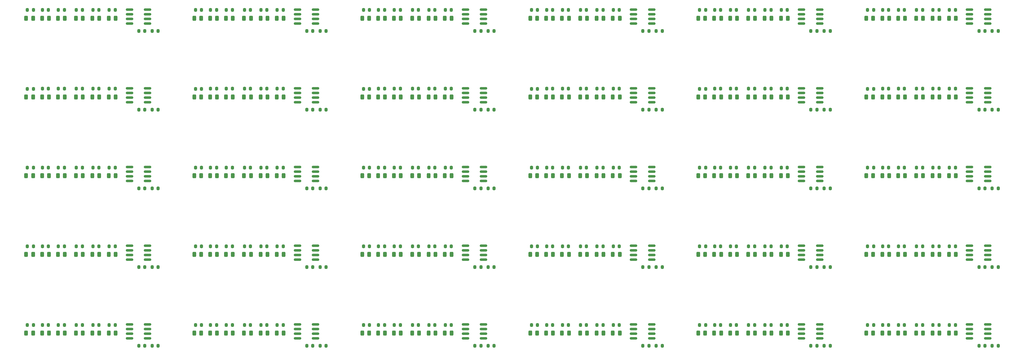
<source format=gbr>
%TF.GenerationSoftware,KiCad,Pcbnew,(6.0.5)*%
%TF.CreationDate,2022-08-09T22:24:31-06:00*%
%TF.ProjectId,modem-panel,6d6f6465-6d2d-4706-916e-656c2e6b6963,1.1*%
%TF.SameCoordinates,Original*%
%TF.FileFunction,Paste,Bot*%
%TF.FilePolarity,Positive*%
%FSLAX46Y46*%
G04 Gerber Fmt 4.6, Leading zero omitted, Abs format (unit mm)*
G04 Created by KiCad (PCBNEW (6.0.5)) date 2022-08-09 22:24:31*
%MOMM*%
%LPD*%
G01*
G04 APERTURE LIST*
G04 Aperture macros list*
%AMRoundRect*
0 Rectangle with rounded corners*
0 $1 Rounding radius*
0 $2 $3 $4 $5 $6 $7 $8 $9 X,Y pos of 4 corners*
0 Add a 4 corners polygon primitive as box body*
4,1,4,$2,$3,$4,$5,$6,$7,$8,$9,$2,$3,0*
0 Add four circle primitives for the rounded corners*
1,1,$1+$1,$2,$3*
1,1,$1+$1,$4,$5*
1,1,$1+$1,$6,$7*
1,1,$1+$1,$8,$9*
0 Add four rect primitives between the rounded corners*
20,1,$1+$1,$2,$3,$4,$5,0*
20,1,$1+$1,$4,$5,$6,$7,0*
20,1,$1+$1,$6,$7,$8,$9,0*
20,1,$1+$1,$8,$9,$2,$3,0*%
G04 Aperture macros list end*
%ADD10RoundRect,0.243750X-0.243750X-0.456250X0.243750X-0.456250X0.243750X0.456250X-0.243750X0.456250X0*%
%ADD11RoundRect,0.200000X-0.200000X-0.275000X0.200000X-0.275000X0.200000X0.275000X-0.200000X0.275000X0*%
%ADD12RoundRect,0.150000X0.825000X0.150000X-0.825000X0.150000X-0.825000X-0.150000X0.825000X-0.150000X0*%
G04 APERTURE END LIST*
D10*
%TO.C,D5*%
X221578323Y-53695051D03*
X223453323Y-53695051D03*
%TD*%
D11*
%TO.C,R7*%
X142415417Y-35662497D03*
X144065417Y-35662497D03*
%TD*%
%TO.C,R8*%
X146045417Y-57175051D03*
X147695417Y-57175051D03*
%TD*%
%TO.C,R1*%
X203803323Y-116022713D03*
X205453323Y-116022713D03*
%TD*%
%TO.C,R2*%
X253822276Y-51475051D03*
X255472276Y-51475051D03*
%TD*%
%TO.C,R4*%
X171284370Y-51475051D03*
X172934370Y-51475051D03*
%TD*%
%TO.C,R4*%
X171284370Y-72987605D03*
X172934370Y-72987605D03*
%TD*%
%TO.C,R3*%
X120440417Y-29962497D03*
X122090417Y-29962497D03*
%TD*%
%TO.C,R1*%
X249707276Y-51485051D03*
X251357276Y-51485051D03*
%TD*%
D10*
%TO.C,D2*%
X161904370Y-32182497D03*
X163779370Y-32182497D03*
%TD*%
%TO.C,D2*%
X70096464Y-53695051D03*
X71971464Y-53695051D03*
%TD*%
%TO.C,D6*%
X42412511Y-53695051D03*
X44287511Y-53695051D03*
%TD*%
D11*
%TO.C,R5*%
X175784370Y-51475051D03*
X177434370Y-51475051D03*
%TD*%
D10*
%TO.C,D1*%
X203468323Y-75207605D03*
X205343323Y-75207605D03*
%TD*%
%TO.C,D5*%
X37962511Y-118232713D03*
X39837511Y-118232713D03*
%TD*%
D11*
%TO.C,R6*%
X88426464Y-94500159D03*
X90076464Y-94500159D03*
%TD*%
%TO.C,R4*%
X217188323Y-116012713D03*
X218838323Y-116012713D03*
%TD*%
%TO.C,R7*%
X280127276Y-121712713D03*
X281777276Y-121712713D03*
%TD*%
%TO.C,R5*%
X175784370Y-29962497D03*
X177434370Y-29962497D03*
%TD*%
%TO.C,R3*%
X120440417Y-94500159D03*
X122090417Y-94500159D03*
%TD*%
%TO.C,R2*%
X24302511Y-29962497D03*
X25952511Y-29962497D03*
%TD*%
D10*
%TO.C,D6*%
X226028323Y-118232713D03*
X227903323Y-118232713D03*
%TD*%
D11*
%TO.C,R3*%
X74536464Y-116012713D03*
X76186464Y-116012713D03*
%TD*%
%TO.C,R5*%
X267592276Y-72987605D03*
X269242276Y-72987605D03*
%TD*%
D10*
%TO.C,D5*%
X267482276Y-118232713D03*
X269357276Y-118232713D03*
%TD*%
D11*
%TO.C,R6*%
X88426464Y-116012713D03*
X90076464Y-116012713D03*
%TD*%
%TO.C,R6*%
X180234370Y-94500159D03*
X181884370Y-94500159D03*
%TD*%
D10*
%TO.C,D4*%
X217078323Y-118232713D03*
X218953323Y-118232713D03*
%TD*%
D11*
%TO.C,R5*%
X175784370Y-72987605D03*
X177434370Y-72987605D03*
%TD*%
%TO.C,R1*%
X66091464Y-51485051D03*
X67741464Y-51485051D03*
%TD*%
D10*
%TO.C,D1*%
X65756464Y-75207605D03*
X67631464Y-75207605D03*
%TD*%
D11*
%TO.C,R5*%
X221688323Y-29962497D03*
X223338323Y-29962497D03*
%TD*%
D10*
%TO.C,D1*%
X65756464Y-32182497D03*
X67631464Y-32182497D03*
%TD*%
D11*
%TO.C,R6*%
X134330417Y-94500159D03*
X135980417Y-94500159D03*
%TD*%
%TO.C,R2*%
X253822276Y-116012713D03*
X255472276Y-116012713D03*
%TD*%
%TO.C,R1*%
X249707276Y-94510159D03*
X251357276Y-94510159D03*
%TD*%
D10*
%TO.C,D6*%
X134220417Y-75207605D03*
X136095417Y-75207605D03*
%TD*%
%TO.C,D6*%
X42412511Y-75207605D03*
X44287511Y-75207605D03*
%TD*%
D11*
%TO.C,R2*%
X207918323Y-29962497D03*
X209568323Y-29962497D03*
%TD*%
D10*
%TO.C,D4*%
X79366464Y-32182497D03*
X81241464Y-32182497D03*
%TD*%
D12*
%TO.C,Q1*%
X190719370Y-72882605D03*
X190719370Y-74152605D03*
X190719370Y-75422605D03*
X190719370Y-76692605D03*
X185769370Y-76692605D03*
X185769370Y-75422605D03*
X185769370Y-74152605D03*
X185769370Y-72882605D03*
%TD*%
D11*
%TO.C,R6*%
X226138323Y-94500159D03*
X227788323Y-94500159D03*
%TD*%
%TO.C,R3*%
X120440417Y-51475051D03*
X122090417Y-51475051D03*
%TD*%
%TO.C,R6*%
X88426464Y-29962497D03*
X90076464Y-29962497D03*
%TD*%
%TO.C,R7*%
X188319370Y-78687605D03*
X189969370Y-78687605D03*
%TD*%
%TO.C,R1*%
X111995417Y-72997605D03*
X113645417Y-72997605D03*
%TD*%
%TO.C,R7*%
X50607511Y-35662497D03*
X52257511Y-35662497D03*
%TD*%
%TO.C,R6*%
X134330417Y-116012713D03*
X135980417Y-116012713D03*
%TD*%
D10*
%TO.C,D2*%
X116000417Y-118232713D03*
X117875417Y-118232713D03*
%TD*%
%TO.C,D1*%
X111660417Y-96720159D03*
X113535417Y-96720159D03*
%TD*%
D11*
%TO.C,R3*%
X212248323Y-51475051D03*
X213898323Y-51475051D03*
%TD*%
D10*
%TO.C,D3*%
X28522511Y-75207605D03*
X30397511Y-75207605D03*
%TD*%
D11*
%TO.C,R6*%
X180234370Y-51475051D03*
X181884370Y-51475051D03*
%TD*%
%TO.C,R8*%
X54237511Y-121712713D03*
X55887511Y-121712713D03*
%TD*%
%TO.C,R5*%
X83976464Y-94500159D03*
X85626464Y-94500159D03*
%TD*%
D12*
%TO.C,Q1*%
X236623323Y-51370051D03*
X236623323Y-52640051D03*
X236623323Y-53910051D03*
X236623323Y-55180051D03*
X231673323Y-55180051D03*
X231673323Y-53910051D03*
X231673323Y-52640051D03*
X231673323Y-51370051D03*
%TD*%
D11*
%TO.C,R5*%
X175784370Y-116012713D03*
X177434370Y-116012713D03*
%TD*%
D10*
%TO.C,D5*%
X129770417Y-118232713D03*
X131645417Y-118232713D03*
%TD*%
%TO.C,D1*%
X249372276Y-32182497D03*
X251247276Y-32182497D03*
%TD*%
%TO.C,D5*%
X83866464Y-32182497D03*
X85741464Y-32182497D03*
%TD*%
%TO.C,D4*%
X125270417Y-75207605D03*
X127145417Y-75207605D03*
%TD*%
D11*
%TO.C,R5*%
X38072511Y-94500159D03*
X39722511Y-94500159D03*
%TD*%
D10*
%TO.C,D5*%
X175674370Y-32182497D03*
X177549370Y-32182497D03*
%TD*%
%TO.C,D6*%
X88316464Y-32182497D03*
X90191464Y-32182497D03*
%TD*%
D12*
%TO.C,Q1*%
X236623323Y-115907713D03*
X236623323Y-117177713D03*
X236623323Y-118447713D03*
X236623323Y-119717713D03*
X231673323Y-119717713D03*
X231673323Y-118447713D03*
X231673323Y-117177713D03*
X231673323Y-115907713D03*
%TD*%
D11*
%TO.C,R4*%
X263092276Y-51475051D03*
X264742276Y-51475051D03*
%TD*%
%TO.C,R5*%
X38072511Y-72987605D03*
X39722511Y-72987605D03*
%TD*%
D10*
%TO.C,D4*%
X125270417Y-53695051D03*
X127145417Y-53695051D03*
%TD*%
%TO.C,D2*%
X70096464Y-75207605D03*
X71971464Y-75207605D03*
%TD*%
D11*
%TO.C,R4*%
X263092276Y-116012713D03*
X264742276Y-116012713D03*
%TD*%
%TO.C,R3*%
X28632511Y-94500159D03*
X30282511Y-94500159D03*
%TD*%
D12*
%TO.C,Q1*%
X190719370Y-51370051D03*
X190719370Y-52640051D03*
X190719370Y-53910051D03*
X190719370Y-55180051D03*
X185769370Y-55180051D03*
X185769370Y-53910051D03*
X185769370Y-52640051D03*
X185769370Y-51370051D03*
%TD*%
D11*
%TO.C,R7*%
X234223323Y-78687605D03*
X235873323Y-78687605D03*
%TD*%
%TO.C,R7*%
X234223323Y-35662497D03*
X235873323Y-35662497D03*
%TD*%
D10*
%TO.C,D2*%
X207808323Y-53695051D03*
X209683323Y-53695051D03*
%TD*%
%TO.C,D4*%
X79366464Y-53695051D03*
X81241464Y-53695051D03*
%TD*%
D11*
%TO.C,R3*%
X74536464Y-51475051D03*
X76186464Y-51475051D03*
%TD*%
%TO.C,R6*%
X42522511Y-51475051D03*
X44172511Y-51475051D03*
%TD*%
%TO.C,R4*%
X79476464Y-51475051D03*
X81126464Y-51475051D03*
%TD*%
%TO.C,R3*%
X74536464Y-29962497D03*
X76186464Y-29962497D03*
%TD*%
D10*
%TO.C,D3*%
X258042276Y-32182497D03*
X259917276Y-32182497D03*
%TD*%
D12*
%TO.C,Q1*%
X144815417Y-94395159D03*
X144815417Y-95665159D03*
X144815417Y-96935159D03*
X144815417Y-98205159D03*
X139865417Y-98205159D03*
X139865417Y-96935159D03*
X139865417Y-95665159D03*
X139865417Y-94395159D03*
%TD*%
D11*
%TO.C,R3*%
X166344370Y-72987605D03*
X167994370Y-72987605D03*
%TD*%
D10*
%TO.C,D6*%
X271932276Y-118232713D03*
X273807276Y-118232713D03*
%TD*%
%TO.C,D3*%
X28522511Y-118232713D03*
X30397511Y-118232713D03*
%TD*%
%TO.C,D1*%
X111660417Y-53695051D03*
X113535417Y-53695051D03*
%TD*%
%TO.C,D6*%
X226028323Y-53695051D03*
X227903323Y-53695051D03*
%TD*%
D11*
%TO.C,R8*%
X191949370Y-121712713D03*
X193599370Y-121712713D03*
%TD*%
D12*
%TO.C,Q1*%
X53007511Y-51370051D03*
X53007511Y-52640051D03*
X53007511Y-53910051D03*
X53007511Y-55180051D03*
X48057511Y-55180051D03*
X48057511Y-53910051D03*
X48057511Y-52640051D03*
X48057511Y-51370051D03*
%TD*%
D11*
%TO.C,R1*%
X20187511Y-116022713D03*
X21837511Y-116022713D03*
%TD*%
D10*
%TO.C,D2*%
X207808323Y-96720159D03*
X209683323Y-96720159D03*
%TD*%
D11*
%TO.C,R2*%
X207918323Y-72987605D03*
X209568323Y-72987605D03*
%TD*%
%TO.C,R4*%
X263092276Y-94500159D03*
X264742276Y-94500159D03*
%TD*%
D12*
%TO.C,Q1*%
X144815417Y-115907713D03*
X144815417Y-117177713D03*
X144815417Y-118447713D03*
X144815417Y-119717713D03*
X139865417Y-119717713D03*
X139865417Y-118447713D03*
X139865417Y-117177713D03*
X139865417Y-115907713D03*
%TD*%
D11*
%TO.C,R7*%
X234223323Y-100200159D03*
X235873323Y-100200159D03*
%TD*%
D10*
%TO.C,D3*%
X258042276Y-75207605D03*
X259917276Y-75207605D03*
%TD*%
D11*
%TO.C,R2*%
X162014370Y-72987605D03*
X163664370Y-72987605D03*
%TD*%
%TO.C,R7*%
X50607511Y-78687605D03*
X52257511Y-78687605D03*
%TD*%
D10*
%TO.C,D6*%
X134220417Y-53695051D03*
X136095417Y-53695051D03*
%TD*%
D11*
%TO.C,R5*%
X175784370Y-94500159D03*
X177434370Y-94500159D03*
%TD*%
%TO.C,R2*%
X116110417Y-116012713D03*
X117760417Y-116012713D03*
%TD*%
%TO.C,R6*%
X42522511Y-72987605D03*
X44172511Y-72987605D03*
%TD*%
%TO.C,R8*%
X54237511Y-57175051D03*
X55887511Y-57175051D03*
%TD*%
D10*
%TO.C,D5*%
X175674370Y-96720159D03*
X177549370Y-96720159D03*
%TD*%
%TO.C,D1*%
X111660417Y-118232713D03*
X113535417Y-118232713D03*
%TD*%
D12*
%TO.C,Q1*%
X190719370Y-29857497D03*
X190719370Y-31127497D03*
X190719370Y-32397497D03*
X190719370Y-33667497D03*
X185769370Y-33667497D03*
X185769370Y-32397497D03*
X185769370Y-31127497D03*
X185769370Y-29857497D03*
%TD*%
D10*
%TO.C,D2*%
X161904370Y-53695051D03*
X163779370Y-53695051D03*
%TD*%
%TO.C,D3*%
X166234370Y-32182497D03*
X168109370Y-32182497D03*
%TD*%
%TO.C,D2*%
X253712276Y-32182497D03*
X255587276Y-32182497D03*
%TD*%
D11*
%TO.C,R3*%
X28632511Y-116012713D03*
X30282511Y-116012713D03*
%TD*%
%TO.C,R7*%
X96511464Y-100200159D03*
X98161464Y-100200159D03*
%TD*%
%TO.C,R8*%
X100141464Y-100200159D03*
X101791464Y-100200159D03*
%TD*%
D10*
%TO.C,D2*%
X253712276Y-53695051D03*
X255587276Y-53695051D03*
%TD*%
%TO.C,D3*%
X166234370Y-53695051D03*
X168109370Y-53695051D03*
%TD*%
%TO.C,D2*%
X24192511Y-53695051D03*
X26067511Y-53695051D03*
%TD*%
D11*
%TO.C,R1*%
X111995417Y-51485051D03*
X113645417Y-51485051D03*
%TD*%
D10*
%TO.C,D4*%
X262982276Y-96720159D03*
X264857276Y-96720159D03*
%TD*%
D12*
%TO.C,Q1*%
X53007511Y-94395159D03*
X53007511Y-95665159D03*
X53007511Y-96935159D03*
X53007511Y-98205159D03*
X48057511Y-98205159D03*
X48057511Y-96935159D03*
X48057511Y-95665159D03*
X48057511Y-94395159D03*
%TD*%
D11*
%TO.C,R3*%
X212248323Y-29962497D03*
X213898323Y-29962497D03*
%TD*%
%TO.C,R4*%
X125380417Y-116012713D03*
X127030417Y-116012713D03*
%TD*%
D10*
%TO.C,D1*%
X203468323Y-118232713D03*
X205343323Y-118232713D03*
%TD*%
D11*
%TO.C,R5*%
X267592276Y-116012713D03*
X269242276Y-116012713D03*
%TD*%
%TO.C,R5*%
X221688323Y-94500159D03*
X223338323Y-94500159D03*
%TD*%
%TO.C,R1*%
X249707276Y-72997605D03*
X251357276Y-72997605D03*
%TD*%
D10*
%TO.C,D4*%
X262982276Y-75207605D03*
X264857276Y-75207605D03*
%TD*%
D11*
%TO.C,R2*%
X116110417Y-94500159D03*
X117760417Y-94500159D03*
%TD*%
D10*
%TO.C,D6*%
X88316464Y-96720159D03*
X90191464Y-96720159D03*
%TD*%
%TO.C,D6*%
X271932276Y-32182497D03*
X273807276Y-32182497D03*
%TD*%
D11*
%TO.C,R2*%
X70206464Y-29962497D03*
X71856464Y-29962497D03*
%TD*%
%TO.C,R7*%
X280127276Y-100200159D03*
X281777276Y-100200159D03*
%TD*%
D12*
%TO.C,Q1*%
X236623323Y-94395159D03*
X236623323Y-95665159D03*
X236623323Y-96935159D03*
X236623323Y-98205159D03*
X231673323Y-98205159D03*
X231673323Y-96935159D03*
X231673323Y-95665159D03*
X231673323Y-94395159D03*
%TD*%
D10*
%TO.C,D2*%
X70096464Y-96720159D03*
X71971464Y-96720159D03*
%TD*%
D12*
%TO.C,Q1*%
X236623323Y-29857497D03*
X236623323Y-31127497D03*
X236623323Y-32397497D03*
X236623323Y-33667497D03*
X231673323Y-33667497D03*
X231673323Y-32397497D03*
X231673323Y-31127497D03*
X231673323Y-29857497D03*
%TD*%
D10*
%TO.C,D6*%
X226028323Y-32182497D03*
X227903323Y-32182497D03*
%TD*%
D11*
%TO.C,R8*%
X54237511Y-35662497D03*
X55887511Y-35662497D03*
%TD*%
D10*
%TO.C,D3*%
X212138323Y-32182497D03*
X214013323Y-32182497D03*
%TD*%
%TO.C,D1*%
X65756464Y-118232713D03*
X67631464Y-118232713D03*
%TD*%
D11*
%TO.C,R6*%
X272042276Y-94500159D03*
X273692276Y-94500159D03*
%TD*%
D12*
%TO.C,Q1*%
X190719370Y-115907713D03*
X190719370Y-117177713D03*
X190719370Y-118447713D03*
X190719370Y-119717713D03*
X185769370Y-119717713D03*
X185769370Y-118447713D03*
X185769370Y-117177713D03*
X185769370Y-115907713D03*
%TD*%
D10*
%TO.C,D3*%
X120330417Y-75207605D03*
X122205417Y-75207605D03*
%TD*%
D11*
%TO.C,R1*%
X157899370Y-51485051D03*
X159549370Y-51485051D03*
%TD*%
%TO.C,R7*%
X96511464Y-35662497D03*
X98161464Y-35662497D03*
%TD*%
%TO.C,R2*%
X70206464Y-94500159D03*
X71856464Y-94500159D03*
%TD*%
D12*
%TO.C,Q1*%
X98911464Y-115907713D03*
X98911464Y-117177713D03*
X98911464Y-118447713D03*
X98911464Y-119717713D03*
X93961464Y-119717713D03*
X93961464Y-118447713D03*
X93961464Y-117177713D03*
X93961464Y-115907713D03*
%TD*%
D11*
%TO.C,R3*%
X258152276Y-29962497D03*
X259802276Y-29962497D03*
%TD*%
%TO.C,R1*%
X157899370Y-94510159D03*
X159549370Y-94510159D03*
%TD*%
%TO.C,R3*%
X258152276Y-72987605D03*
X259802276Y-72987605D03*
%TD*%
%TO.C,R5*%
X129880417Y-29962497D03*
X131530417Y-29962497D03*
%TD*%
D10*
%TO.C,D3*%
X212138323Y-75207605D03*
X214013323Y-75207605D03*
%TD*%
%TO.C,D5*%
X83866464Y-96720159D03*
X85741464Y-96720159D03*
%TD*%
D11*
%TO.C,R2*%
X207918323Y-94500159D03*
X209568323Y-94500159D03*
%TD*%
D10*
%TO.C,D5*%
X129770417Y-32182497D03*
X131645417Y-32182497D03*
%TD*%
D11*
%TO.C,R1*%
X111995417Y-94510159D03*
X113645417Y-94510159D03*
%TD*%
D10*
%TO.C,D1*%
X111660417Y-75207605D03*
X113535417Y-75207605D03*
%TD*%
D11*
%TO.C,R7*%
X280127276Y-78687605D03*
X281777276Y-78687605D03*
%TD*%
D10*
%TO.C,D4*%
X217078323Y-53695051D03*
X218953323Y-53695051D03*
%TD*%
D11*
%TO.C,R8*%
X54237511Y-78687605D03*
X55887511Y-78687605D03*
%TD*%
%TO.C,R3*%
X28632511Y-72987605D03*
X30282511Y-72987605D03*
%TD*%
D12*
%TO.C,Q1*%
X282527276Y-94395159D03*
X282527276Y-95665159D03*
X282527276Y-96935159D03*
X282527276Y-98205159D03*
X277577276Y-98205159D03*
X277577276Y-96935159D03*
X277577276Y-95665159D03*
X277577276Y-94395159D03*
%TD*%
D10*
%TO.C,D4*%
X217078323Y-32182497D03*
X218953323Y-32182497D03*
%TD*%
%TO.C,D2*%
X253712276Y-96720159D03*
X255587276Y-96720159D03*
%TD*%
D11*
%TO.C,R6*%
X226138323Y-51475051D03*
X227788323Y-51475051D03*
%TD*%
%TO.C,R8*%
X146045417Y-100200159D03*
X147695417Y-100200159D03*
%TD*%
%TO.C,R4*%
X171284370Y-116012713D03*
X172934370Y-116012713D03*
%TD*%
%TO.C,R1*%
X203803323Y-94510159D03*
X205453323Y-94510159D03*
%TD*%
%TO.C,R6*%
X226138323Y-29962497D03*
X227788323Y-29962497D03*
%TD*%
%TO.C,R3*%
X74536464Y-94500159D03*
X76186464Y-94500159D03*
%TD*%
%TO.C,R5*%
X221688323Y-51475051D03*
X223338323Y-51475051D03*
%TD*%
%TO.C,R8*%
X237853323Y-78687605D03*
X239503323Y-78687605D03*
%TD*%
D10*
%TO.C,D5*%
X83866464Y-118232713D03*
X85741464Y-118232713D03*
%TD*%
%TO.C,D2*%
X207808323Y-75207605D03*
X209683323Y-75207605D03*
%TD*%
D12*
%TO.C,Q1*%
X144815417Y-29857497D03*
X144815417Y-31127497D03*
X144815417Y-32397497D03*
X144815417Y-33667497D03*
X139865417Y-33667497D03*
X139865417Y-32397497D03*
X139865417Y-31127497D03*
X139865417Y-29857497D03*
%TD*%
D10*
%TO.C,D1*%
X157564370Y-53695051D03*
X159439370Y-53695051D03*
%TD*%
D12*
%TO.C,Q1*%
X236623323Y-72882605D03*
X236623323Y-74152605D03*
X236623323Y-75422605D03*
X236623323Y-76692605D03*
X231673323Y-76692605D03*
X231673323Y-75422605D03*
X231673323Y-74152605D03*
X231673323Y-72882605D03*
%TD*%
%TO.C,Q1*%
X282527276Y-72882605D03*
X282527276Y-74152605D03*
X282527276Y-75422605D03*
X282527276Y-76692605D03*
X277577276Y-76692605D03*
X277577276Y-75422605D03*
X277577276Y-74152605D03*
X277577276Y-72882605D03*
%TD*%
D10*
%TO.C,D1*%
X157564370Y-32182497D03*
X159439370Y-32182497D03*
%TD*%
D11*
%TO.C,R1*%
X20187511Y-51485051D03*
X21837511Y-51485051D03*
%TD*%
D12*
%TO.C,Q1*%
X144815417Y-51370051D03*
X144815417Y-52640051D03*
X144815417Y-53910051D03*
X144815417Y-55180051D03*
X139865417Y-55180051D03*
X139865417Y-53910051D03*
X139865417Y-52640051D03*
X139865417Y-51370051D03*
%TD*%
D11*
%TO.C,R8*%
X191949370Y-78687605D03*
X193599370Y-78687605D03*
%TD*%
D10*
%TO.C,D3*%
X212138323Y-118232713D03*
X214013323Y-118232713D03*
%TD*%
%TO.C,D4*%
X79366464Y-96720159D03*
X81241464Y-96720159D03*
%TD*%
%TO.C,D4*%
X262982276Y-53695051D03*
X264857276Y-53695051D03*
%TD*%
D12*
%TO.C,Q1*%
X98911464Y-51370051D03*
X98911464Y-52640051D03*
X98911464Y-53910051D03*
X98911464Y-55180051D03*
X93961464Y-55180051D03*
X93961464Y-53910051D03*
X93961464Y-52640051D03*
X93961464Y-51370051D03*
%TD*%
D11*
%TO.C,R5*%
X38072511Y-29962497D03*
X39722511Y-29962497D03*
%TD*%
D10*
%TO.C,D6*%
X226028323Y-96720159D03*
X227903323Y-96720159D03*
%TD*%
%TO.C,D2*%
X24192511Y-32182497D03*
X26067511Y-32182497D03*
%TD*%
D11*
%TO.C,R5*%
X83976464Y-72987605D03*
X85626464Y-72987605D03*
%TD*%
D10*
%TO.C,D4*%
X79366464Y-118232713D03*
X81241464Y-118232713D03*
%TD*%
D11*
%TO.C,R8*%
X146045417Y-78687605D03*
X147695417Y-78687605D03*
%TD*%
%TO.C,R5*%
X129880417Y-94500159D03*
X131530417Y-94500159D03*
%TD*%
%TO.C,R6*%
X42522511Y-94500159D03*
X44172511Y-94500159D03*
%TD*%
D10*
%TO.C,D5*%
X221578323Y-96720159D03*
X223453323Y-96720159D03*
%TD*%
%TO.C,D4*%
X33462511Y-118232713D03*
X35337511Y-118232713D03*
%TD*%
D11*
%TO.C,R6*%
X134330417Y-72987605D03*
X135980417Y-72987605D03*
%TD*%
%TO.C,R5*%
X38072511Y-116012713D03*
X39722511Y-116012713D03*
%TD*%
D10*
%TO.C,D2*%
X253712276Y-75207605D03*
X255587276Y-75207605D03*
%TD*%
D11*
%TO.C,R5*%
X129880417Y-72987605D03*
X131530417Y-72987605D03*
%TD*%
D10*
%TO.C,D2*%
X116000417Y-96720159D03*
X117875417Y-96720159D03*
%TD*%
D11*
%TO.C,R6*%
X134330417Y-51475051D03*
X135980417Y-51475051D03*
%TD*%
%TO.C,R2*%
X253822276Y-29962497D03*
X255472276Y-29962497D03*
%TD*%
%TO.C,R8*%
X237853323Y-121712713D03*
X239503323Y-121712713D03*
%TD*%
D10*
%TO.C,D5*%
X37962511Y-96720159D03*
X39837511Y-96720159D03*
%TD*%
D11*
%TO.C,R3*%
X212248323Y-94500159D03*
X213898323Y-94500159D03*
%TD*%
D10*
%TO.C,D6*%
X88316464Y-75207605D03*
X90191464Y-75207605D03*
%TD*%
D11*
%TO.C,R6*%
X42522511Y-29962497D03*
X44172511Y-29962497D03*
%TD*%
D10*
%TO.C,D3*%
X28522511Y-96720159D03*
X30397511Y-96720159D03*
%TD*%
%TO.C,D1*%
X19852511Y-118232713D03*
X21727511Y-118232713D03*
%TD*%
D11*
%TO.C,R6*%
X272042276Y-29962497D03*
X273692276Y-29962497D03*
%TD*%
%TO.C,R3*%
X258152276Y-51475051D03*
X259802276Y-51475051D03*
%TD*%
%TO.C,R2*%
X24302511Y-94500159D03*
X25952511Y-94500159D03*
%TD*%
D10*
%TO.C,D6*%
X180124370Y-118232713D03*
X181999370Y-118232713D03*
%TD*%
%TO.C,D5*%
X175674370Y-53695051D03*
X177549370Y-53695051D03*
%TD*%
%TO.C,D3*%
X74426464Y-75207605D03*
X76301464Y-75207605D03*
%TD*%
D11*
%TO.C,R3*%
X212248323Y-72987605D03*
X213898323Y-72987605D03*
%TD*%
D10*
%TO.C,D3*%
X212138323Y-96720159D03*
X214013323Y-96720159D03*
%TD*%
D11*
%TO.C,R7*%
X188319370Y-121712713D03*
X189969370Y-121712713D03*
%TD*%
D10*
%TO.C,D2*%
X207808323Y-118232713D03*
X209683323Y-118232713D03*
%TD*%
D11*
%TO.C,R7*%
X96511464Y-121712713D03*
X98161464Y-121712713D03*
%TD*%
%TO.C,R4*%
X33572511Y-116012713D03*
X35222511Y-116012713D03*
%TD*%
%TO.C,R3*%
X166344370Y-116012713D03*
X167994370Y-116012713D03*
%TD*%
D10*
%TO.C,D5*%
X221578323Y-118232713D03*
X223453323Y-118232713D03*
%TD*%
D11*
%TO.C,R4*%
X79476464Y-72987605D03*
X81126464Y-72987605D03*
%TD*%
%TO.C,R1*%
X203803323Y-72997605D03*
X205453323Y-72997605D03*
%TD*%
D10*
%TO.C,D1*%
X249372276Y-96720159D03*
X251247276Y-96720159D03*
%TD*%
D11*
%TO.C,R2*%
X162014370Y-51475051D03*
X163664370Y-51475051D03*
%TD*%
D10*
%TO.C,D4*%
X171174370Y-75207605D03*
X173049370Y-75207605D03*
%TD*%
D11*
%TO.C,R4*%
X217188323Y-29962497D03*
X218838323Y-29962497D03*
%TD*%
%TO.C,R5*%
X83976464Y-51475051D03*
X85626464Y-51475051D03*
%TD*%
%TO.C,R2*%
X24302511Y-116012713D03*
X25952511Y-116012713D03*
%TD*%
%TO.C,R6*%
X88426464Y-72987605D03*
X90076464Y-72987605D03*
%TD*%
D10*
%TO.C,D2*%
X207808323Y-32182497D03*
X209683323Y-32182497D03*
%TD*%
%TO.C,D3*%
X166234370Y-75207605D03*
X168109370Y-75207605D03*
%TD*%
D11*
%TO.C,R6*%
X226138323Y-116012713D03*
X227788323Y-116012713D03*
%TD*%
%TO.C,R7*%
X188319370Y-35662497D03*
X189969370Y-35662497D03*
%TD*%
D10*
%TO.C,D2*%
X161904370Y-96720159D03*
X163779370Y-96720159D03*
%TD*%
D11*
%TO.C,R5*%
X267592276Y-94500159D03*
X269242276Y-94500159D03*
%TD*%
D10*
%TO.C,D1*%
X157564370Y-118232713D03*
X159439370Y-118232713D03*
%TD*%
D11*
%TO.C,R8*%
X100141464Y-35662497D03*
X101791464Y-35662497D03*
%TD*%
%TO.C,R1*%
X203803323Y-51485051D03*
X205453323Y-51485051D03*
%TD*%
D10*
%TO.C,D1*%
X157564370Y-96720159D03*
X159439370Y-96720159D03*
%TD*%
%TO.C,D6*%
X134220417Y-118232713D03*
X136095417Y-118232713D03*
%TD*%
%TO.C,D6*%
X271932276Y-75207605D03*
X273807276Y-75207605D03*
%TD*%
%TO.C,D4*%
X262982276Y-118232713D03*
X264857276Y-118232713D03*
%TD*%
D12*
%TO.C,Q1*%
X98911464Y-72882605D03*
X98911464Y-74152605D03*
X98911464Y-75422605D03*
X98911464Y-76692605D03*
X93961464Y-76692605D03*
X93961464Y-75422605D03*
X93961464Y-74152605D03*
X93961464Y-72882605D03*
%TD*%
D10*
%TO.C,D3*%
X74426464Y-118232713D03*
X76301464Y-118232713D03*
%TD*%
%TO.C,D1*%
X65756464Y-53695051D03*
X67631464Y-53695051D03*
%TD*%
D11*
%TO.C,R2*%
X116110417Y-51475051D03*
X117760417Y-51475051D03*
%TD*%
%TO.C,R8*%
X283757276Y-57175051D03*
X285407276Y-57175051D03*
%TD*%
D10*
%TO.C,D4*%
X33462511Y-96720159D03*
X35337511Y-96720159D03*
%TD*%
%TO.C,D3*%
X74426464Y-32182497D03*
X76301464Y-32182497D03*
%TD*%
%TO.C,D4*%
X171174370Y-96720159D03*
X173049370Y-96720159D03*
%TD*%
D11*
%TO.C,R1*%
X66091464Y-94510159D03*
X67741464Y-94510159D03*
%TD*%
%TO.C,R3*%
X28632511Y-51475051D03*
X30282511Y-51475051D03*
%TD*%
D10*
%TO.C,D1*%
X157564370Y-75207605D03*
X159439370Y-75207605D03*
%TD*%
%TO.C,D1*%
X111660417Y-32182497D03*
X113535417Y-32182497D03*
%TD*%
D11*
%TO.C,R5*%
X129880417Y-51475051D03*
X131530417Y-51475051D03*
%TD*%
D10*
%TO.C,D5*%
X83866464Y-53695051D03*
X85741464Y-53695051D03*
%TD*%
%TO.C,D5*%
X83866464Y-75207605D03*
X85741464Y-75207605D03*
%TD*%
D11*
%TO.C,R4*%
X79476464Y-94500159D03*
X81126464Y-94500159D03*
%TD*%
%TO.C,R4*%
X217188323Y-72987605D03*
X218838323Y-72987605D03*
%TD*%
%TO.C,R1*%
X20187511Y-29972497D03*
X21837511Y-29972497D03*
%TD*%
D10*
%TO.C,D5*%
X267482276Y-75207605D03*
X269357276Y-75207605D03*
%TD*%
D11*
%TO.C,R8*%
X146045417Y-121712713D03*
X147695417Y-121712713D03*
%TD*%
%TO.C,R7*%
X50607511Y-121712713D03*
X52257511Y-121712713D03*
%TD*%
D12*
%TO.C,Q1*%
X282527276Y-51370051D03*
X282527276Y-52640051D03*
X282527276Y-53910051D03*
X282527276Y-55180051D03*
X277577276Y-55180051D03*
X277577276Y-53910051D03*
X277577276Y-52640051D03*
X277577276Y-51370051D03*
%TD*%
D11*
%TO.C,R8*%
X283757276Y-78687605D03*
X285407276Y-78687605D03*
%TD*%
%TO.C,R2*%
X253822276Y-72987605D03*
X255472276Y-72987605D03*
%TD*%
%TO.C,R1*%
X157899370Y-29972497D03*
X159549370Y-29972497D03*
%TD*%
%TO.C,R2*%
X116110417Y-72987605D03*
X117760417Y-72987605D03*
%TD*%
%TO.C,R8*%
X100141464Y-78687605D03*
X101791464Y-78687605D03*
%TD*%
D10*
%TO.C,D1*%
X249372276Y-75207605D03*
X251247276Y-75207605D03*
%TD*%
D11*
%TO.C,R2*%
X116110417Y-29962497D03*
X117760417Y-29962497D03*
%TD*%
%TO.C,R6*%
X42522511Y-116012713D03*
X44172511Y-116012713D03*
%TD*%
D10*
%TO.C,D5*%
X175674370Y-118232713D03*
X177549370Y-118232713D03*
%TD*%
D11*
%TO.C,R8*%
X100141464Y-57175051D03*
X101791464Y-57175051D03*
%TD*%
D10*
%TO.C,D5*%
X221578323Y-32182497D03*
X223453323Y-32182497D03*
%TD*%
%TO.C,D1*%
X19852511Y-32182497D03*
X21727511Y-32182497D03*
%TD*%
%TO.C,D3*%
X28522511Y-53695051D03*
X30397511Y-53695051D03*
%TD*%
D11*
%TO.C,R7*%
X234223323Y-121712713D03*
X235873323Y-121712713D03*
%TD*%
%TO.C,R4*%
X33572511Y-94500159D03*
X35222511Y-94500159D03*
%TD*%
D10*
%TO.C,D3*%
X258042276Y-118232713D03*
X259917276Y-118232713D03*
%TD*%
%TO.C,D3*%
X258042276Y-96720159D03*
X259917276Y-96720159D03*
%TD*%
%TO.C,D5*%
X129770417Y-96720159D03*
X131645417Y-96720159D03*
%TD*%
%TO.C,D2*%
X161904370Y-75207605D03*
X163779370Y-75207605D03*
%TD*%
D11*
%TO.C,R3*%
X212248323Y-116012713D03*
X213898323Y-116012713D03*
%TD*%
%TO.C,R6*%
X272042276Y-51475051D03*
X273692276Y-51475051D03*
%TD*%
%TO.C,R8*%
X191949370Y-35662497D03*
X193599370Y-35662497D03*
%TD*%
%TO.C,R8*%
X237853323Y-57175051D03*
X239503323Y-57175051D03*
%TD*%
D10*
%TO.C,D5*%
X37962511Y-75207605D03*
X39837511Y-75207605D03*
%TD*%
D12*
%TO.C,Q1*%
X144815417Y-72882605D03*
X144815417Y-74152605D03*
X144815417Y-75422605D03*
X144815417Y-76692605D03*
X139865417Y-76692605D03*
X139865417Y-75422605D03*
X139865417Y-74152605D03*
X139865417Y-72882605D03*
%TD*%
D11*
%TO.C,R8*%
X54237511Y-100200159D03*
X55887511Y-100200159D03*
%TD*%
%TO.C,R8*%
X146045417Y-35662497D03*
X147695417Y-35662497D03*
%TD*%
D10*
%TO.C,D5*%
X221578323Y-75207605D03*
X223453323Y-75207605D03*
%TD*%
D11*
%TO.C,R4*%
X125380417Y-51475051D03*
X127030417Y-51475051D03*
%TD*%
%TO.C,R7*%
X142415417Y-121712713D03*
X144065417Y-121712713D03*
%TD*%
%TO.C,R1*%
X66091464Y-72997605D03*
X67741464Y-72997605D03*
%TD*%
D10*
%TO.C,D6*%
X42412511Y-32182497D03*
X44287511Y-32182497D03*
%TD*%
D11*
%TO.C,R3*%
X28632511Y-29962497D03*
X30282511Y-29962497D03*
%TD*%
%TO.C,R3*%
X166344370Y-29962497D03*
X167994370Y-29962497D03*
%TD*%
%TO.C,R5*%
X83976464Y-116012713D03*
X85626464Y-116012713D03*
%TD*%
D10*
%TO.C,D3*%
X258042276Y-53695051D03*
X259917276Y-53695051D03*
%TD*%
D11*
%TO.C,R5*%
X221688323Y-116012713D03*
X223338323Y-116012713D03*
%TD*%
%TO.C,R7*%
X142415417Y-78687605D03*
X144065417Y-78687605D03*
%TD*%
%TO.C,R7*%
X96511464Y-78687605D03*
X98161464Y-78687605D03*
%TD*%
%TO.C,R4*%
X33572511Y-72987605D03*
X35222511Y-72987605D03*
%TD*%
D10*
%TO.C,D5*%
X267482276Y-53695051D03*
X269357276Y-53695051D03*
%TD*%
%TO.C,D1*%
X249372276Y-118232713D03*
X251247276Y-118232713D03*
%TD*%
D11*
%TO.C,R6*%
X180234370Y-72987605D03*
X181884370Y-72987605D03*
%TD*%
%TO.C,R5*%
X267592276Y-51475051D03*
X269242276Y-51475051D03*
%TD*%
D12*
%TO.C,Q1*%
X282527276Y-29857497D03*
X282527276Y-31127497D03*
X282527276Y-32397497D03*
X282527276Y-33667497D03*
X277577276Y-33667497D03*
X277577276Y-32397497D03*
X277577276Y-31127497D03*
X277577276Y-29857497D03*
%TD*%
D11*
%TO.C,R1*%
X20187511Y-72997605D03*
X21837511Y-72997605D03*
%TD*%
%TO.C,R5*%
X221688323Y-72987605D03*
X223338323Y-72987605D03*
%TD*%
%TO.C,R7*%
X188319370Y-100200159D03*
X189969370Y-100200159D03*
%TD*%
%TO.C,R2*%
X162014370Y-116012713D03*
X163664370Y-116012713D03*
%TD*%
%TO.C,R7*%
X50607511Y-100200159D03*
X52257511Y-100200159D03*
%TD*%
D10*
%TO.C,D5*%
X37962511Y-53695051D03*
X39837511Y-53695051D03*
%TD*%
D11*
%TO.C,R8*%
X283757276Y-35662497D03*
X285407276Y-35662497D03*
%TD*%
%TO.C,R2*%
X162014370Y-94500159D03*
X163664370Y-94500159D03*
%TD*%
D10*
%TO.C,D4*%
X33462511Y-75207605D03*
X35337511Y-75207605D03*
%TD*%
D11*
%TO.C,R1*%
X157899370Y-72997605D03*
X159549370Y-72997605D03*
%TD*%
D10*
%TO.C,D1*%
X249372276Y-53695051D03*
X251247276Y-53695051D03*
%TD*%
%TO.C,D4*%
X125270417Y-96720159D03*
X127145417Y-96720159D03*
%TD*%
D11*
%TO.C,R8*%
X237853323Y-100200159D03*
X239503323Y-100200159D03*
%TD*%
D10*
%TO.C,D6*%
X180124370Y-96720159D03*
X181999370Y-96720159D03*
%TD*%
D11*
%TO.C,R1*%
X66091464Y-29972497D03*
X67741464Y-29972497D03*
%TD*%
D10*
%TO.C,D6*%
X42412511Y-118232713D03*
X44287511Y-118232713D03*
%TD*%
D11*
%TO.C,R8*%
X283757276Y-121712713D03*
X285407276Y-121712713D03*
%TD*%
%TO.C,R7*%
X234223323Y-57175051D03*
X235873323Y-57175051D03*
%TD*%
D10*
%TO.C,D4*%
X171174370Y-53695051D03*
X173049370Y-53695051D03*
%TD*%
D11*
%TO.C,R6*%
X180234370Y-116012713D03*
X181884370Y-116012713D03*
%TD*%
%TO.C,R7*%
X142415417Y-100200159D03*
X144065417Y-100200159D03*
%TD*%
%TO.C,R3*%
X258152276Y-116012713D03*
X259802276Y-116012713D03*
%TD*%
D10*
%TO.C,D4*%
X33462511Y-32182497D03*
X35337511Y-32182497D03*
%TD*%
D11*
%TO.C,R2*%
X24302511Y-51475051D03*
X25952511Y-51475051D03*
%TD*%
%TO.C,R7*%
X50607511Y-57175051D03*
X52257511Y-57175051D03*
%TD*%
%TO.C,R6*%
X88426464Y-51475051D03*
X90076464Y-51475051D03*
%TD*%
%TO.C,R3*%
X166344370Y-51475051D03*
X167994370Y-51475051D03*
%TD*%
D12*
%TO.C,Q1*%
X98911464Y-29857497D03*
X98911464Y-31127497D03*
X98911464Y-32397497D03*
X98911464Y-33667497D03*
X93961464Y-33667497D03*
X93961464Y-32397497D03*
X93961464Y-31127497D03*
X93961464Y-29857497D03*
%TD*%
D11*
%TO.C,R7*%
X280127276Y-35662497D03*
X281777276Y-35662497D03*
%TD*%
D10*
%TO.C,D1*%
X19852511Y-96720159D03*
X21727511Y-96720159D03*
%TD*%
D11*
%TO.C,R1*%
X249707276Y-116022713D03*
X251357276Y-116022713D03*
%TD*%
D10*
%TO.C,D6*%
X180124370Y-53695051D03*
X181999370Y-53695051D03*
%TD*%
D11*
%TO.C,R1*%
X66091464Y-116022713D03*
X67741464Y-116022713D03*
%TD*%
D10*
%TO.C,D3*%
X120330417Y-96720159D03*
X122205417Y-96720159D03*
%TD*%
%TO.C,D2*%
X24192511Y-75207605D03*
X26067511Y-75207605D03*
%TD*%
D12*
%TO.C,Q1*%
X190719370Y-94395159D03*
X190719370Y-95665159D03*
X190719370Y-96935159D03*
X190719370Y-98205159D03*
X185769370Y-98205159D03*
X185769370Y-96935159D03*
X185769370Y-95665159D03*
X185769370Y-94395159D03*
%TD*%
D11*
%TO.C,R2*%
X24302511Y-72987605D03*
X25952511Y-72987605D03*
%TD*%
D12*
%TO.C,Q1*%
X282527276Y-115907713D03*
X282527276Y-117177713D03*
X282527276Y-118447713D03*
X282527276Y-119717713D03*
X277577276Y-119717713D03*
X277577276Y-118447713D03*
X277577276Y-117177713D03*
X277577276Y-115907713D03*
%TD*%
D11*
%TO.C,R4*%
X79476464Y-116012713D03*
X81126464Y-116012713D03*
%TD*%
%TO.C,R8*%
X237853323Y-35662497D03*
X239503323Y-35662497D03*
%TD*%
D10*
%TO.C,D4*%
X262982276Y-32182497D03*
X264857276Y-32182497D03*
%TD*%
%TO.C,D6*%
X134220417Y-32182497D03*
X136095417Y-32182497D03*
%TD*%
%TO.C,D1*%
X19852511Y-53695051D03*
X21727511Y-53695051D03*
%TD*%
D11*
%TO.C,R7*%
X280127276Y-57175051D03*
X281777276Y-57175051D03*
%TD*%
D10*
%TO.C,D3*%
X28522511Y-32182497D03*
X30397511Y-32182497D03*
%TD*%
D11*
%TO.C,R4*%
X125380417Y-72987605D03*
X127030417Y-72987605D03*
%TD*%
D10*
%TO.C,D3*%
X74426464Y-96720159D03*
X76301464Y-96720159D03*
%TD*%
%TO.C,D4*%
X125270417Y-118232713D03*
X127145417Y-118232713D03*
%TD*%
D11*
%TO.C,R4*%
X263092276Y-29962497D03*
X264742276Y-29962497D03*
%TD*%
D10*
%TO.C,D4*%
X79366464Y-75207605D03*
X81241464Y-75207605D03*
%TD*%
D11*
%TO.C,R2*%
X70206464Y-51475051D03*
X71856464Y-51475051D03*
%TD*%
%TO.C,R1*%
X111995417Y-116022713D03*
X113645417Y-116022713D03*
%TD*%
D10*
%TO.C,D2*%
X70096464Y-118232713D03*
X71971464Y-118232713D03*
%TD*%
%TO.C,D3*%
X120330417Y-118232713D03*
X122205417Y-118232713D03*
%TD*%
%TO.C,D2*%
X253712276Y-118232713D03*
X255587276Y-118232713D03*
%TD*%
%TO.C,D2*%
X70096464Y-32182497D03*
X71971464Y-32182497D03*
%TD*%
D11*
%TO.C,R2*%
X70206464Y-72987605D03*
X71856464Y-72987605D03*
%TD*%
%TO.C,R3*%
X120440417Y-116012713D03*
X122090417Y-116012713D03*
%TD*%
D10*
%TO.C,D3*%
X166234370Y-96720159D03*
X168109370Y-96720159D03*
%TD*%
%TO.C,D5*%
X267482276Y-32182497D03*
X269357276Y-32182497D03*
%TD*%
D11*
%TO.C,R2*%
X253822276Y-94500159D03*
X255472276Y-94500159D03*
%TD*%
D10*
%TO.C,D5*%
X129770417Y-75207605D03*
X131645417Y-75207605D03*
%TD*%
%TO.C,D5*%
X175674370Y-75207605D03*
X177549370Y-75207605D03*
%TD*%
D11*
%TO.C,R6*%
X272042276Y-72987605D03*
X273692276Y-72987605D03*
%TD*%
D10*
%TO.C,D6*%
X271932276Y-53695051D03*
X273807276Y-53695051D03*
%TD*%
D11*
%TO.C,R8*%
X283757276Y-100200159D03*
X285407276Y-100200159D03*
%TD*%
D10*
%TO.C,D3*%
X166234370Y-118232713D03*
X168109370Y-118232713D03*
%TD*%
D11*
%TO.C,R6*%
X272042276Y-116012713D03*
X273692276Y-116012713D03*
%TD*%
D10*
%TO.C,D3*%
X74426464Y-53695051D03*
X76301464Y-53695051D03*
%TD*%
D11*
%TO.C,R4*%
X217188323Y-94500159D03*
X218838323Y-94500159D03*
%TD*%
D12*
%TO.C,Q1*%
X53007511Y-29857497D03*
X53007511Y-31127497D03*
X53007511Y-32397497D03*
X53007511Y-33667497D03*
X48057511Y-33667497D03*
X48057511Y-32397497D03*
X48057511Y-31127497D03*
X48057511Y-29857497D03*
%TD*%
D11*
%TO.C,R4*%
X171284370Y-29962497D03*
X172934370Y-29962497D03*
%TD*%
D10*
%TO.C,D1*%
X203468323Y-96720159D03*
X205343323Y-96720159D03*
%TD*%
%TO.C,D4*%
X217078323Y-96720159D03*
X218953323Y-96720159D03*
%TD*%
%TO.C,D6*%
X271932276Y-96720159D03*
X273807276Y-96720159D03*
%TD*%
%TO.C,D6*%
X134220417Y-96720159D03*
X136095417Y-96720159D03*
%TD*%
%TO.C,D1*%
X65756464Y-96720159D03*
X67631464Y-96720159D03*
%TD*%
D11*
%TO.C,R1*%
X203803323Y-29972497D03*
X205453323Y-29972497D03*
%TD*%
D10*
%TO.C,D6*%
X88316464Y-118232713D03*
X90191464Y-118232713D03*
%TD*%
D12*
%TO.C,Q1*%
X53007511Y-72882605D03*
X53007511Y-74152605D03*
X53007511Y-75422605D03*
X53007511Y-76692605D03*
X48057511Y-76692605D03*
X48057511Y-75422605D03*
X48057511Y-74152605D03*
X48057511Y-72882605D03*
%TD*%
D10*
%TO.C,D6*%
X180124370Y-32182497D03*
X181999370Y-32182497D03*
%TD*%
D11*
%TO.C,R3*%
X166344370Y-94500159D03*
X167994370Y-94500159D03*
%TD*%
%TO.C,R1*%
X157899370Y-116022713D03*
X159549370Y-116022713D03*
%TD*%
%TO.C,R2*%
X207918323Y-51475051D03*
X209568323Y-51475051D03*
%TD*%
%TO.C,R2*%
X207918323Y-116012713D03*
X209568323Y-116012713D03*
%TD*%
D10*
%TO.C,D5*%
X37962511Y-32182497D03*
X39837511Y-32182497D03*
%TD*%
D11*
%TO.C,R3*%
X120440417Y-72987605D03*
X122090417Y-72987605D03*
%TD*%
D10*
%TO.C,D2*%
X116000417Y-32182497D03*
X117875417Y-32182497D03*
%TD*%
D11*
%TO.C,R7*%
X188319370Y-57175051D03*
X189969370Y-57175051D03*
%TD*%
D10*
%TO.C,D5*%
X267482276Y-96720159D03*
X269357276Y-96720159D03*
%TD*%
D11*
%TO.C,R7*%
X142415417Y-57175051D03*
X144065417Y-57175051D03*
%TD*%
%TO.C,R2*%
X162014370Y-29962497D03*
X163664370Y-29962497D03*
%TD*%
%TO.C,R8*%
X191949370Y-57175051D03*
X193599370Y-57175051D03*
%TD*%
D10*
%TO.C,D3*%
X212138323Y-53695051D03*
X214013323Y-53695051D03*
%TD*%
D11*
%TO.C,R6*%
X180234370Y-29962497D03*
X181884370Y-29962497D03*
%TD*%
D10*
%TO.C,D6*%
X226028323Y-75207605D03*
X227903323Y-75207605D03*
%TD*%
D12*
%TO.C,Q1*%
X98911464Y-94395159D03*
X98911464Y-95665159D03*
X98911464Y-96935159D03*
X98911464Y-98205159D03*
X93961464Y-98205159D03*
X93961464Y-96935159D03*
X93961464Y-95665159D03*
X93961464Y-94395159D03*
%TD*%
D10*
%TO.C,D5*%
X129770417Y-53695051D03*
X131645417Y-53695051D03*
%TD*%
D11*
%TO.C,R8*%
X191949370Y-100200159D03*
X193599370Y-100200159D03*
%TD*%
D10*
%TO.C,D2*%
X24192511Y-118232713D03*
X26067511Y-118232713D03*
%TD*%
D11*
%TO.C,R5*%
X38072511Y-51475051D03*
X39722511Y-51475051D03*
%TD*%
D10*
%TO.C,D6*%
X180124370Y-75207605D03*
X181999370Y-75207605D03*
%TD*%
D11*
%TO.C,R6*%
X134330417Y-29962497D03*
X135980417Y-29962497D03*
%TD*%
%TO.C,R4*%
X217188323Y-51475051D03*
X218838323Y-51475051D03*
%TD*%
D12*
%TO.C,Q1*%
X53007511Y-115907713D03*
X53007511Y-117177713D03*
X53007511Y-118447713D03*
X53007511Y-119717713D03*
X48057511Y-119717713D03*
X48057511Y-118447713D03*
X48057511Y-117177713D03*
X48057511Y-115907713D03*
%TD*%
D10*
%TO.C,D2*%
X116000417Y-53695051D03*
X117875417Y-53695051D03*
%TD*%
D11*
%TO.C,R1*%
X111995417Y-29972497D03*
X113645417Y-29972497D03*
%TD*%
%TO.C,R4*%
X125380417Y-29962497D03*
X127030417Y-29962497D03*
%TD*%
%TO.C,R7*%
X96511464Y-57175051D03*
X98161464Y-57175051D03*
%TD*%
%TO.C,R4*%
X33572511Y-29962497D03*
X35222511Y-29962497D03*
%TD*%
D10*
%TO.C,D2*%
X24192511Y-96720159D03*
X26067511Y-96720159D03*
%TD*%
%TO.C,D2*%
X116000417Y-75207605D03*
X117875417Y-75207605D03*
%TD*%
D11*
%TO.C,R1*%
X249707276Y-29972497D03*
X251357276Y-29972497D03*
%TD*%
D10*
%TO.C,D4*%
X171174370Y-32182497D03*
X173049370Y-32182497D03*
%TD*%
D11*
%TO.C,R4*%
X125380417Y-94500159D03*
X127030417Y-94500159D03*
%TD*%
D10*
%TO.C,D1*%
X203468323Y-53695051D03*
X205343323Y-53695051D03*
%TD*%
%TO.C,D1*%
X19852511Y-75207605D03*
X21727511Y-75207605D03*
%TD*%
D11*
%TO.C,R2*%
X70206464Y-116012713D03*
X71856464Y-116012713D03*
%TD*%
%TO.C,R4*%
X79476464Y-29962497D03*
X81126464Y-29962497D03*
%TD*%
D10*
%TO.C,D4*%
X217078323Y-75207605D03*
X218953323Y-75207605D03*
%TD*%
%TO.C,D4*%
X33462511Y-53695051D03*
X35337511Y-53695051D03*
%TD*%
D11*
%TO.C,R4*%
X33572511Y-51475051D03*
X35222511Y-51475051D03*
%TD*%
%TO.C,R3*%
X74536464Y-72987605D03*
X76186464Y-72987605D03*
%TD*%
D10*
%TO.C,D3*%
X120330417Y-32182497D03*
X122205417Y-32182497D03*
%TD*%
%TO.C,D6*%
X88316464Y-53695051D03*
X90191464Y-53695051D03*
%TD*%
%TO.C,D6*%
X42412511Y-96720159D03*
X44287511Y-96720159D03*
%TD*%
D11*
%TO.C,R6*%
X226138323Y-72987605D03*
X227788323Y-72987605D03*
%TD*%
%TO.C,R5*%
X83976464Y-29962497D03*
X85626464Y-29962497D03*
%TD*%
%TO.C,R1*%
X20187511Y-94510159D03*
X21837511Y-94510159D03*
%TD*%
D10*
%TO.C,D4*%
X171174370Y-118232713D03*
X173049370Y-118232713D03*
%TD*%
%TO.C,D3*%
X120330417Y-53695051D03*
X122205417Y-53695051D03*
%TD*%
%TO.C,D1*%
X203468323Y-32182497D03*
X205343323Y-32182497D03*
%TD*%
D11*
%TO.C,R5*%
X267592276Y-29962497D03*
X269242276Y-29962497D03*
%TD*%
D10*
%TO.C,D2*%
X161904370Y-118232713D03*
X163779370Y-118232713D03*
%TD*%
D11*
%TO.C,R5*%
X129880417Y-116012713D03*
X131530417Y-116012713D03*
%TD*%
%TO.C,R3*%
X258152276Y-94500159D03*
X259802276Y-94500159D03*
%TD*%
%TO.C,R8*%
X100141464Y-121712713D03*
X101791464Y-121712713D03*
%TD*%
D10*
%TO.C,D4*%
X125270417Y-32182497D03*
X127145417Y-32182497D03*
%TD*%
D11*
%TO.C,R4*%
X171284370Y-94500159D03*
X172934370Y-94500159D03*
%TD*%
%TO.C,R4*%
X263092276Y-72987605D03*
X264742276Y-72987605D03*
%TD*%
M02*

</source>
